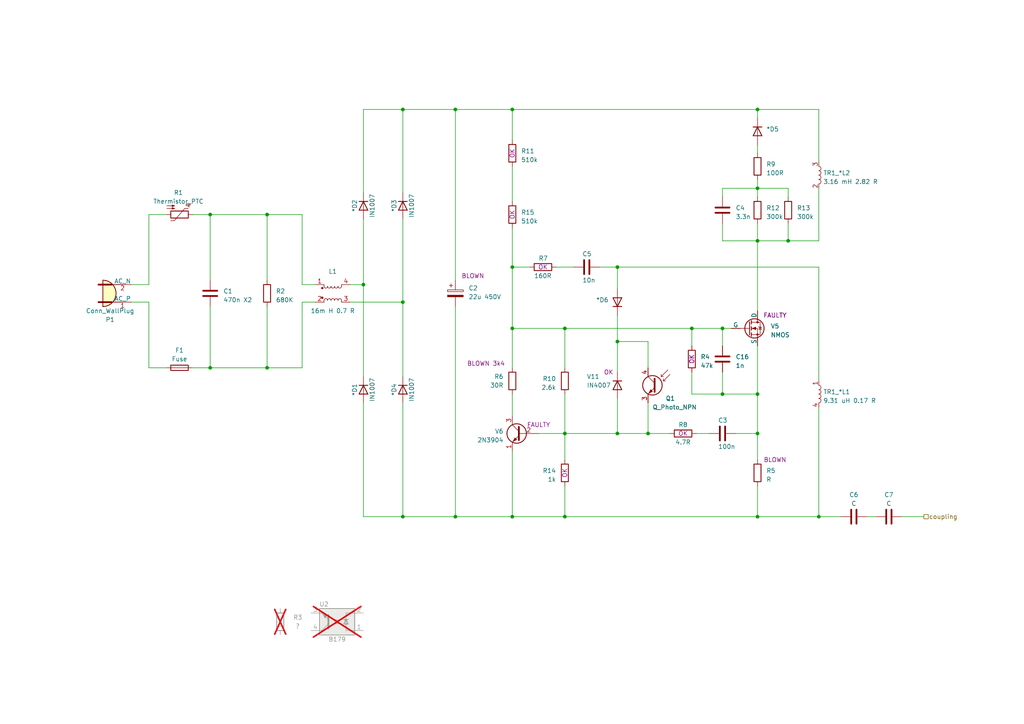
<source format=kicad_sch>
(kicad_sch (version 20230121) (generator eeschema)
  (paper "A4")
  (lib_symbols
    (symbol "Connector:Conn_WallPlug" (pin_names (offset 0))
      (property "Reference" "P" (at -1.27 4.445 0))
      (property "Value" "Conn_WallPlug" (at -5.715 0 90))
      (symbol "Conn_WallPlug_0_1"
        (arc (start -3.175 -3.81) (mid 0.6184 0) (end -3.175 3.81) (stroke (width 0.254)) (fill (type background)))
        (polyline (pts (xy -4.445 -2.54) (xy -0.635 -2.54)) (stroke (width 0.508)))
        (polyline (pts (xy -4.445 2.54) (xy -0.635 2.54)) (stroke (width 0.508)))
        (polyline (pts (xy -3.175 -3.81) (xy -3.175 3.81)) (stroke (width 0.254)))
        (polyline (pts (xy -0.635 -2.54) (xy 2.54 -2.54)))
        (polyline (pts (xy -0.635 2.54) (xy 2.54 2.54)))
      )
      (symbol "Conn_WallPlug_1_1"
        (pin power_out line (at 5.08 2.54 180) (length 5.08) (name "AC_P") (number "1"))
        (pin power_out line (at 5.08 -2.54 180) (length 5.08) (name "AC_N") (number "2"))
      )
    )
    (symbol "Device:C" (pin_numbers hide) (pin_names (offset 0.254))
      (property "Reference" "C" (at 0.635 2.54 0))
      (property "Value" "C" (at 0.635 -2.54 0))
      (symbol "C_0_1"
        (polyline (pts (xy -2.032 -0.762) (xy 2.032 -0.762)) (stroke (width 0.508)))
        (polyline (pts (xy -2.032 0.762) (xy 2.032 0.762)) (stroke (width 0.508)))
      )
      (symbol "C_1_1"
        (pin passive line (at 0 3.81 270) (length 2.794) (name "~") (number "1"))
        (pin passive line (at 0 -3.81 90) (length 2.794) (name "~") (number "2"))
      )
    )
    (symbol "Device:C_Polarized" (pin_numbers hide) (pin_names (offset 0.254))
      (property "Reference" "C" (at 0.635 2.54 0))
      (property "Value" "C_Polarized" (at 0.635 -2.54 0))
      (symbol "C_Polarized_0_1"
        (rectangle (start -2.286 0.508) (end 2.286 1.016))
        (polyline (pts (xy -1.778 2.286) (xy -0.762 2.286)))
        (polyline (pts (xy -1.27 2.794) (xy -1.27 1.778)))
        (rectangle (start 2.286 -0.508) (end -2.286 -1.016) (fill (type outline)))
      )
      (symbol "C_Polarized_1_1"
        (pin passive line (at 0 3.81 270) (length 2.794) (name "~") (number "1"))
        (pin passive line (at 0 -3.81 90) (length 2.794) (name "~") (number "2"))
      )
    )
    (symbol "Device:D" (pin_numbers hide) (pin_names (offset 1.016) hide)
      (property "Reference" "D" (at 0 2.54 0))
      (property "Value" "D" (at 0 -2.54 0))
      (symbol "D_0_1"
        (polyline (pts (xy -1.27 1.27) (xy -1.27 -1.27)) (stroke (width 0.254)))
        (polyline (pts (xy 1.27 0) (xy -1.27 0)))
        (polyline (pts (xy 1.27 1.27) (xy 1.27 -1.27) (xy -1.27 0) (xy 1.27 1.27)) (stroke (width 0.254)))
      )
      (symbol "D_1_1"
        (pin passive line (at -3.81 0 0) (length 2.54) (name "K") (number "1"))
        (pin passive line (at 3.81 0 180) (length 2.54) (name "A") (number "2"))
      )
    )
    (symbol "Device:Fuse" (pin_numbers hide) (pin_names (offset 0))
      (property "Reference" "F" (at 2.032 0 90))
      (property "Value" "Fuse" (at -1.905 0 90))
      (symbol "Fuse_0_1"
        (rectangle (start -0.762 -2.54) (end 0.762 2.54) (stroke (width 0.254)))
        (polyline (pts (xy 0 2.54) (xy 0 -2.54)))
      )
      (symbol "Fuse_1_1"
        (pin passive line (at 0 3.81 270) (length 1.27) (name "~") (number "1"))
        (pin passive line (at 0 -3.81 90) (length 1.27) (name "~") (number "2"))
      )
    )
    (symbol "Device:L_Coupled_1423" (pin_names (offset 0.254) hide)
      (property "Reference" "L" (at 0 4.445 0))
      (property "Value" "L_Coupled_1423" (at 0 -4.445 0))
      (symbol "L_Coupled_1423_0_1"
        (circle (center -3.048 -1.27) (radius 0.254) (fill (type outline)))
        (circle (center -3.048 1.524) (radius 0.254) (fill (type outline)))
        (arc (start -2.54 2.032) (mid -2.032 1.5262) (end -1.524 2.032))
        (arc (start -1.524 -2.032) (mid -2.032 -1.5262) (end -2.54 -2.032))
        (arc (start -1.524 2.032) (mid -1.016 1.5262) (end -0.508 2.032))
        (arc (start -0.508 -2.032) (mid -1.016 -1.5262) (end -1.524 -2.032))
        (arc (start -0.508 2.032) (mid 0 1.5262) (end 0.508 2.032))
        (polyline (pts (xy -2.54 -2.032) (xy -2.54 -2.54)))
        (polyline (pts (xy -2.54 2.032) (xy -2.54 2.54)))
        (polyline (pts (xy 2.54 -2.032) (xy 2.54 -2.54)))
        (polyline (pts (xy 2.54 2.54) (xy 2.54 2.032)))
        (arc (start 0.508 -2.032) (mid 0 -1.5262) (end -0.508 -2.032))
        (arc (start 0.508 2.032) (mid 1.016 1.5262) (end 1.524 2.032))
        (arc (start 1.524 -2.032) (mid 1.016 -1.5262) (end 0.508 -2.032))
        (arc (start 1.524 2.032) (mid 2.032 1.5262) (end 2.54 2.032))
        (arc (start 2.54 -2.032) (mid 2.032 -1.5262) (end 1.524 -2.032))
      )
      (symbol "L_Coupled_1423_1_1"
        (pin passive line (at -5.08 2.54 0) (length 2.54) (name "1") (number "1"))
        (pin passive line (at -5.08 -2.54 0) (length 2.54) (name "2") (number "2"))
        (pin passive line (at 5.08 -2.54 180) (length 2.54) (name "3") (number "3"))
        (pin passive line (at 5.08 2.54 180) (length 2.54) (name "4") (number "4"))
      )
    )
    (symbol "Device:Q_Photo_NPN" (pin_names (offset 0) hide)
      (property "Reference" "Q1" (at 5.08 1.3843 0))
      (property "Value" "Q_Photo_NPN" (at 5.08 -1.1557 0))
      (symbol "Q_Photo_NPN_0_1"
        (polyline (pts (xy -1.905 1.27) (xy -2.54 1.27)))
        (polyline (pts (xy -1.27 2.54) (xy -1.905 2.54)))
        (polyline (pts (xy 0.635 0.635) (xy 2.54 2.54)))
        (polyline (pts (xy -3.81 3.175) (xy -1.905 1.27) (xy -1.905 1.905)))
        (polyline (pts (xy -3.175 4.445) (xy -1.27 2.54) (xy -1.27 3.175)))
        (polyline (pts (xy 0.635 -0.635) (xy 2.54 -2.54) (xy 2.54 -2.54)))
        (polyline (pts (xy 0.635 1.905) (xy 0.635 -1.905) (xy 0.635 -1.905)) (stroke (width 0.508)))
        (polyline (pts (xy 1.27 -1.778) (xy 1.778 -1.27) (xy 2.286 -2.286) (xy 1.27 -1.778) (xy 1.27 -1.778)) (fill (type outline)))
        (circle (center 1.27 0) (radius 2.8194) (stroke (width 0.254)))
      )
      (symbol "Q_Photo_NPN_1_1"
        (pin passive line (at 2.54 -5.08 90) (length 2.54) (name "E") (number "3"))
        (pin passive line (at 2.54 5.08 270) (length 2.54) (name "C") (number "4"))
      )
    )
    (symbol "Device:R" (pin_numbers hide) (pin_names (offset 0))
      (property "Reference" "R" (at 2.032 0 90))
      (property "Value" "R" (at 0 0 90))
      (symbol "R_0_1"
        (rectangle (start -1.016 -2.54) (end 1.016 2.54) (stroke (width 0.254)))
      )
      (symbol "R_1_1"
        (pin passive line (at 0 3.81 270) (length 1.27) (name "~") (number "1"))
        (pin passive line (at 0 -3.81 90) (length 1.27) (name "~") (number "2"))
      )
    )
    (symbol "Device:Thermistor_PTC" (pin_numbers hide) (pin_names (offset 0))
      (property "Reference" "TH" (at -4.064 0 90))
      (property "Value" "Thermistor_PTC" (at 3.048 0 90))
      (symbol "Thermistor_PTC_0_1"
        (arc (start -3.048 2.159) (mid -3.0495 2.3143) (end -3.175 2.413))
        (arc (start -3.048 2.159) (mid -2.9736 1.9794) (end -2.794 1.905))
        (arc (start -3.048 2.794) (mid -2.9736 2.6144) (end -2.794 2.54))
        (arc (start -2.794 1.905) (mid -2.6144 1.9794) (end -2.54 2.159))
        (arc (start -2.794 2.54) (mid -2.4393 2.5587) (end -2.159 2.794))
        (arc (start -2.794 3.048) (mid -2.9736 2.9736) (end -3.048 2.794))
        (arc (start -2.54 2.794) (mid -2.6144 2.9736) (end -2.794 3.048))
        (rectangle (start -1.016 2.54) (end 1.016 -2.54) (stroke (width 0.254)))
        (polyline (pts (xy -2.54 2.159) (xy -2.54 2.794)))
        (polyline (pts (xy -1.778 2.54) (xy -1.778 1.524) (xy 1.778 -1.524) (xy 1.778 -2.54)))
        (polyline (pts (xy -2.54 -3.683) (xy -2.54 -1.397) (xy -2.794 -2.159) (xy -2.286 -2.159) (xy -2.54 -1.397) (xy -2.54 -1.651)) (fill (type outline)))
        (polyline (pts (xy -1.778 -3.683) (xy -1.778 -1.397) (xy -2.032 -2.159) (xy -1.524 -2.159) (xy -1.778 -1.397) (xy -1.778 -1.651)) (fill (type outline)))
      )
      (symbol "Thermistor_PTC_1_1"
        (pin passive line (at 0 3.81 270) (length 1.27) (name "~") (number "1"))
        (pin passive line (at 0 -3.81 90) (length 1.27) (name "~") (number "2"))
      )
    )
    (symbol "Isolator:EL817" (pin_names (offset 1.016))
      (property "Reference" "U" (at -5.08 5.08 0))
      (property "Value" "EL817" (at 0 5.08 0))
      (symbol "EL817_0_1"
        (rectangle (start -5.08 3.81) (end 5.08 -3.81) (stroke (width 0.254)) (fill (type background)))
        (polyline (pts (xy -3.175 -0.635) (xy -1.905 -0.635)) (stroke (width 0.254)))
        (polyline (pts (xy 2.54 0.635) (xy 4.445 2.54)))
        (polyline (pts (xy 4.445 -2.54) (xy 2.54 -0.635)) (fill (type outline)))
        (polyline (pts (xy 4.445 -2.54) (xy 5.08 -2.54)))
        (polyline (pts (xy 4.445 2.54) (xy 5.08 2.54)))
        (polyline (pts (xy -5.08 2.54) (xy -2.54 2.54) (xy -2.54 -0.635)))
        (polyline (pts (xy -2.54 -0.635) (xy -2.54 -2.54) (xy -5.08 -2.54)))
        (polyline (pts (xy 2.54 1.905) (xy 2.54 -1.905) (xy 2.54 -1.905)) (stroke (width 0.508)))
        (polyline (pts (xy -2.54 -0.635) (xy -3.175 0.635) (xy -1.905 0.635) (xy -2.54 -0.635)) (stroke (width 0.254)))
        (polyline (pts (xy -0.508 -0.508) (xy 0.762 -0.508) (xy 0.381 -0.635) (xy 0.381 -0.381) (xy 0.762 -0.508)))
        (polyline (pts (xy -0.508 0.508) (xy 0.762 0.508) (xy 0.381 0.381) (xy 0.381 0.635) (xy 0.762 0.508)))
        (polyline (pts (xy 3.048 -1.651) (xy 3.556 -1.143) (xy 4.064 -2.159) (xy 3.048 -1.651) (xy 3.048 -1.651)) (fill (type outline)))
      )
      (symbol "EL817_1_1"
        (pin passive line (at -7.62 2.54 0) (length 2.54) (name "~") (number "1"))
        (pin passive line (at -7.62 -2.54 0) (length 2.54) (name "~") (number "2"))
        (pin passive line (at 7.62 -2.54 180) (length 2.54) (name "~") (number "3"))
        (pin passive line (at 7.62 2.54 180) (length 2.54) (name "~") (number "4"))
      )
    )
    (symbol "L_1" (pin_names (offset 1.016) hide)
      (property "Reference" "TR1_*L2" (at 1.27 0.635 0))
      (property "Value" "3.16 mH 2.82 R" (at 1.27 -1.905 0))
      (symbol "L_1_0_1"
        (arc (start 0 -2.54) (mid 0.6323 -1.905) (end 0 -1.27))
        (arc (start 0 -1.27) (mid 0.6323 -0.635) (end 0 0))
        (arc (start 0 0) (mid 0.6323 0.635) (end 0 1.27))
        (arc (start 0 1.27) (mid 0.6323 1.905) (end 0 2.54))
      )
      (symbol "L_1_1_1"
        (pin passive line (at 0 -3.81 90) (length 1.27) (name "2") (number "2"))
        (pin passive line (at 0 3.81 270) (length 1.27) (name "3") (number "3"))
      )
    )
    (symbol "L_2" (pin_names (offset 1.016) hide)
      (property "Reference" "TR1_*L1" (at 1.27 0.635 0))
      (property "Value" "9.31 uH 0.17 R" (at 1.27 -1.905 0))
      (symbol "L_2_0_1"
        (arc (start 0 -2.54) (mid 0.6323 -1.905) (end 0 -1.27))
        (arc (start 0 -1.27) (mid 0.6323 -0.635) (end 0 0))
        (arc (start 0 0) (mid 0.6323 0.635) (end 0 1.27))
        (arc (start 0 1.27) (mid 0.6323 1.905) (end 0 2.54))
      )
      (symbol "L_2_1_1"
        (pin passive line (at 0 3.81 270) (length 1.27) (name "1") (number "1"))
        (pin passive line (at 0 -3.81 90) (length 1.27) (name "4") (number "4"))
      )
    )
    (symbol "Simulation_SPICE:NMOS" (pin_numbers hide) (pin_names (offset 0))
      (property "Reference" "Q" (at 5.08 1.27 0))
      (property "Value" "NMOS" (at 5.08 -1.27 0))
      (symbol "NMOS_0_1"
        (polyline (pts (xy 0.254 0) (xy -2.54 0)))
        (polyline (pts (xy 0.254 1.905) (xy 0.254 -1.905)) (stroke (width 0.254)))
        (polyline (pts (xy 0.762 -1.27) (xy 0.762 -2.286)) (stroke (width 0.254)))
        (polyline (pts (xy 0.762 0.508) (xy 0.762 -0.508)) (stroke (width 0.254)))
        (polyline (pts (xy 0.762 2.286) (xy 0.762 1.27)) (stroke (width 0.254)))
        (polyline (pts (xy 2.54 2.54) (xy 2.54 1.778)))
        (polyline (pts (xy 2.54 -2.54) (xy 2.54 0) (xy 0.762 0)))
        (polyline (pts (xy 0.762 -1.778) (xy 3.302 -1.778) (xy 3.302 1.778) (xy 0.762 1.778)))
        (polyline (pts (xy 1.016 0) (xy 2.032 0.381) (xy 2.032 -0.381) (xy 1.016 0)) (fill (type outline)))
        (polyline (pts (xy 2.794 0.508) (xy 2.921 0.381) (xy 3.683 0.381) (xy 3.81 0.254)))
        (polyline (pts (xy 3.302 0.381) (xy 2.921 -0.254) (xy 3.683 -0.254) (xy 3.302 0.381)))
        (circle (center 1.651 0) (radius 2.794) (stroke (width 0.254)))
        (circle (center 2.54 -1.778) (radius 0.254) (fill (type outline)))
        (circle (center 2.54 1.778) (radius 0.254) (fill (type outline)))
      )
      (symbol "NMOS_1_1"
        (pin passive line (at 2.54 5.08 270) (length 2.54) (name "D") (number "1"))
        (pin input line (at -5.08 0 0) (length 2.54) (name "G") (number "2"))
        (pin passive line (at 2.54 -5.08 90) (length 2.54) (name "S") (number "3"))
      )
    )
    (symbol "Transistor_BJT:2N3904" (pin_names (offset 0) hide)
      (property "Reference" "Q" (at 5.08 1.905 0))
      (property "Value" "2N3904" (at 5.08 0 0))
      (symbol "2N3904_0_1"
        (polyline (pts (xy 0.635 0.635) (xy 2.54 2.54)))
        (polyline (pts (xy 0.635 -0.635) (xy 2.54 -2.54) (xy 2.54 -2.54)))
        (polyline (pts (xy 0.635 1.905) (xy 0.635 -1.905) (xy 0.635 -1.905)) (stroke (width 0.508)))
        (polyline (pts (xy 1.27 -1.778) (xy 1.778 -1.27) (xy 2.286 -2.286) (xy 1.27 -1.778) (xy 1.27 -1.778)) (fill (type outline)))
        (circle (center 1.27 0) (radius 2.8194) (stroke (width 0.254)))
      )
      (symbol "2N3904_1_1"
        (pin passive line (at 2.54 -5.08 90) (length 2.54) (name "E") (number "1"))
        (pin passive line (at -5.08 0 0) (length 5.715) (name "B") (number "2"))
        (pin passive line (at 2.54 5.08 270) (length 2.54) (name "C") (number "3"))
      )
    )
  )
  (junction (at 148.59 77.47))
  (junction (at 148.59 95.25))
  (junction (at 163.83 95.25))
  (junction (at 163.83 149.86))
  (junction (at 148.59 149.86))
  (junction (at 209.55 95.25))
  (junction (at 132.08 31.75))
  (junction (at 219.71 31.75))
  (junction (at 209.55 114.3))
  (junction (at 148.59 31.75))
  (junction (at 116.84 87.63))
  (junction (at 132.08 149.86))
  (junction (at 163.83 125.73))
  (junction (at 219.71 149.86))
  (junction (at 105.41 82.55))
  (junction (at 219.71 125.73))
  (junction (at 116.84 31.75))
  (junction (at 187.96 125.73))
  (junction (at 179.07 99.06))
  (junction (at 77.47 62.23))
  (junction (at 179.07 77.47))
  (junction (at 179.07 125.73))
  (junction (at 228.6 69.85))
  (junction (at 60.96 62.23))
  (junction (at 219.71 54.61))
  (junction (at 219.71 69.85))
  (junction (at 219.71 114.3))
  (junction (at 77.47 106.68))
  (junction (at 237.49 149.86))
  (junction (at 200.66 95.25))
  (junction (at 60.96 106.68))
  (junction (at 116.84 149.86))
  (wire (pts (xy 219.71 41.91) (xy 219.71 44.45)))
  (wire (pts (xy 163.83 125.73) (xy 163.83 133.35)))
  (wire (pts (xy 237.49 31.75) (xy 237.49 46.99)))
  (wire (pts (xy 105.41 82.55) (xy 105.41 109.22)))
  (wire (pts (xy 209.55 64.77) (xy 209.55 69.85)))
  (wire (pts (xy 200.66 114.3) (xy 209.55 114.3)))
  (wire (pts (xy 219.71 114.3) (xy 219.71 125.73)))
  (wire (pts (xy 209.55 95.25) (xy 212.09 95.25)))
  (wire (pts (xy 148.59 31.75) (xy 219.71 31.75)))
  (wire (pts (xy 132.08 88.9) (xy 132.08 149.86)))
  (wire (pts (xy 116.84 149.86) (xy 132.08 149.86)))
  (wire (pts (xy 87.63 87.63) (xy 87.63 106.68)))
  (wire (pts (xy 132.08 31.75) (xy 148.59 31.75)))
  (wire (pts (xy 179.07 77.47) (xy 237.49 77.47)))
  (wire (pts (xy 163.83 95.25) (xy 163.83 106.68)))
  (wire (pts (xy 209.55 69.85) (xy 219.71 69.85)))
  (wire (pts (xy 209.55 114.3) (xy 219.71 114.3)))
  (wire (pts (xy 116.84 31.75) (xy 116.84 55.88)))
  (wire (pts (xy 101.6 82.55) (xy 105.41 82.55)))
  (wire (pts (xy 179.07 99.06) (xy 179.07 107.95)))
  (wire (pts (xy 219.71 31.75) (xy 219.71 34.29)))
  (wire (pts (xy 148.59 77.47) (xy 148.59 95.25)))
  (wire (pts (xy 219.71 100.33) (xy 219.71 114.3)))
  (wire (pts (xy 55.88 62.23) (xy 60.96 62.23)))
  (wire (pts (xy 201.93 125.73) (xy 205.74 125.73)))
  (wire (pts (xy 116.84 31.75) (xy 132.08 31.75)))
  (wire (pts (xy 261.62 149.86) (xy 267.97 149.86)))
  (wire (pts (xy 237.49 77.47) (xy 237.49 110.49)))
  (wire (pts (xy 43.18 106.68) (xy 48.26 106.68)))
  (wire (pts (xy 219.71 140.97) (xy 219.71 149.86)))
  (wire (pts (xy 161.29 77.47) (xy 166.37 77.47)))
  (wire (pts (xy 156.21 125.73) (xy 163.83 125.73)))
  (wire (pts (xy 219.71 149.86) (xy 237.49 149.86)))
  (wire (pts (xy 219.71 69.85) (xy 219.71 90.17)))
  (wire (pts (xy 173.99 77.47) (xy 179.07 77.47)))
  (wire (pts (xy 105.41 55.88) (xy 105.41 31.75)))
  (wire (pts (xy 148.59 66.04) (xy 148.59 77.47)))
  (wire (pts (xy 91.44 87.63) (xy 87.63 87.63)))
  (wire (pts (xy 219.71 52.07) (xy 219.71 54.61)))
  (wire (pts (xy 179.07 77.47) (xy 179.07 83.82)))
  (wire (pts (xy 213.36 125.73) (xy 219.71 125.73)))
  (wire (pts (xy 179.07 125.73) (xy 187.96 125.73)))
  (wire (pts (xy 200.66 95.25) (xy 209.55 95.25)))
  (wire (pts (xy 116.84 116.84) (xy 116.84 149.86)))
  (wire (pts (xy 148.59 130.81) (xy 148.59 149.86)))
  (wire (pts (xy 187.96 125.73) (xy 187.96 116.84)))
  (wire (pts (xy 148.59 149.86) (xy 163.83 149.86)))
  (wire (pts (xy 60.96 62.23) (xy 77.47 62.23)))
  (wire (pts (xy 87.63 62.23) (xy 87.63 82.55)))
  (wire (pts (xy 209.55 57.15) (xy 209.55 54.61)))
  (wire (pts (xy 148.59 114.3) (xy 148.59 120.65)))
  (wire (pts (xy 132.08 149.86) (xy 148.59 149.86)))
  (wire (pts (xy 179.07 91.44) (xy 179.07 99.06)))
  (wire (pts (xy 237.49 69.85) (xy 237.49 54.61)))
  (wire (pts (xy 200.66 114.3) (xy 200.66 107.95)))
  (wire (pts (xy 163.83 149.86) (xy 219.71 149.86)))
  (wire (pts (xy 77.47 62.23) (xy 87.63 62.23)))
  (wire (pts (xy 209.55 114.3) (xy 209.55 107.95)))
  (wire (pts (xy 219.71 69.85) (xy 228.6 69.85)))
  (wire (pts (xy 228.6 69.85) (xy 237.49 69.85)))
  (wire (pts (xy 243.84 149.86) (xy 237.49 149.86)))
  (wire (pts (xy 38.1 82.55) (xy 43.18 82.55)))
  (wire (pts (xy 163.83 114.3) (xy 163.83 125.73)))
  (wire (pts (xy 38.1 87.63) (xy 43.18 87.63)))
  (wire (pts (xy 219.71 54.61) (xy 228.6 54.61)))
  (wire (pts (xy 60.96 88.9) (xy 60.96 106.68)))
  (wire (pts (xy 116.84 87.63) (xy 116.84 109.22)))
  (wire (pts (xy 77.47 62.23) (xy 77.47 81.28)))
  (wire (pts (xy 237.49 149.86) (xy 237.49 118.11)))
  (wire (pts (xy 43.18 62.23) (xy 48.26 62.23)))
  (wire (pts (xy 105.41 116.84) (xy 105.41 149.86)))
  (wire (pts (xy 43.18 87.63) (xy 43.18 106.68)))
  (wire (pts (xy 163.83 125.73) (xy 179.07 125.73)))
  (wire (pts (xy 219.71 64.77) (xy 219.71 69.85)))
  (wire (pts (xy 179.07 115.57) (xy 179.07 125.73)))
  (wire (pts (xy 116.84 63.5) (xy 116.84 87.63)))
  (wire (pts (xy 60.96 106.68) (xy 77.47 106.68)))
  (wire (pts (xy 148.59 95.25) (xy 163.83 95.25)))
  (wire (pts (xy 105.41 149.86) (xy 116.84 149.86)))
  (wire (pts (xy 209.55 54.61) (xy 219.71 54.61)))
  (wire (pts (xy 187.96 106.68) (xy 187.96 99.06)))
  (wire (pts (xy 219.71 125.73) (xy 219.71 133.35)))
  (wire (pts (xy 228.6 57.15) (xy 228.6 54.61)))
  (wire (pts (xy 148.59 95.25) (xy 148.59 106.68)))
  (wire (pts (xy 148.59 77.47) (xy 153.67 77.47)))
  (wire (pts (xy 43.18 82.55) (xy 43.18 62.23)))
  (wire (pts (xy 219.71 54.61) (xy 219.71 57.15)))
  (wire (pts (xy 209.55 95.25) (xy 209.55 100.33)))
  (wire (pts (xy 163.83 140.97) (xy 163.83 149.86)))
  (wire (pts (xy 200.66 95.25) (xy 200.66 100.33)))
  (wire (pts (xy 77.47 106.68) (xy 77.47 88.9)))
  (wire (pts (xy 187.96 99.06) (xy 179.07 99.06)))
  (wire (pts (xy 148.59 48.26) (xy 148.59 58.42)))
  (wire (pts (xy 219.71 31.75) (xy 237.49 31.75)))
  (wire (pts (xy 87.63 106.68) (xy 77.47 106.68)))
  (wire (pts (xy 105.41 31.75) (xy 116.84 31.75)))
  (wire (pts (xy 251.46 149.86) (xy 254 149.86)))
  (wire (pts (xy 101.6 87.63) (xy 116.84 87.63)))
  (wire (pts (xy 228.6 64.77) (xy 228.6 69.85)))
  (wire (pts (xy 55.88 106.68) (xy 60.96 106.68)))
  (wire (pts (xy 60.96 62.23) (xy 60.96 81.28)))
  (wire (pts (xy 194.31 125.73) (xy 187.96 125.73)))
  (wire (pts (xy 163.83 95.25) (xy 200.66 95.25)))
  (wire (pts (xy 132.08 81.28) (xy 132.08 31.75)))
  (wire (pts (xy 148.59 40.64) (xy 148.59 31.75)))
  (wire (pts (xy 105.41 82.55) (xy 105.41 63.5)))
  (wire (pts (xy 87.63 82.55) (xy 91.44 82.55)))
  (hierarchical_label "coupling" (shape passive) (at 267.97 149.86 0))
  (symbol (lib_id "Device:R") (at 163.83 137.16 0) (mirror x) (unit 1)
    (property "Reference" "R14" (at 161.29 136.525 0) (effects (justify right)))
    (property "Value" "1k" (at 161.29 139.065 0) (effects (justify right)))
    (property "Tested" "OK" (at 163.83 137.16 90))
    (instances (project "Dremel_PCB1857_V1" (path "" (reference "R14") (unit 1)) (path "" (reference "R9") (unit 1))))
  )
  (symbol (lib_id "Device:R") (at 228.6 60.96 0) (unit 1)
    (property "Reference" "R13" (at 231.14 60.325 0) (effects (justify left)))
    (property "Value" "300k" (at 231.14 62.865 0) (effects (justify left)))
    (instances (project "Dremel_PCB1857_V1" (path "" (reference "R13") (unit 1)) (path "" (reference "R19") (unit 1))))
  )
  (symbol (lib_id "Connector:Conn_WallPlug") (at 33.02 85.09 0) (mirror x) (unit 1)
    (property "Reference" "P1" (at 31.9405 92.71 0))
    (property "Value" "Conn_WallPlug" (at 31.9405 90.17 0))
  )
  (symbol (lib_id "Isolator:EL817") (at 97.79 180.34 180) (unit 1) (dnp yes)
    (property "Reference" "U2" (at 93.98 175.26 0))
    (property "Value" "B179" (at 97.79 185.42 0))
    (property "Footprint" "Package_DIP:DIP-4_W7.62mm" (effects hide))
    (property "Datasheet" "http://www.everlight.com/file/ProductFile/EL817.pdf" (effects hide))
  )
  (symbol (lib_id "Device:R") (at 157.48 77.47 90) (unit 1)
    (property "Reference" "R7" (at 156.21 74.93 90) (effects (justify right)))
    (property "Value" "160R" (at 160.02 80.01 90) (effects (justify left)))
    (property "Tested" "OK" (at 157.48 77.47 90))
  )
  (symbol (lib_name "L_2") (lib_id "Device:L") (at 237.49 114.3 0) (unit 1)
    (property "Reference" "TR1_*L1" (at 238.76 113.665 0) (effects (justify left)))
    (property "Value" "9.31 uH 0.17 R" (at 238.76 116.205 0) (effects (justify left)))
    (instances (project "Dremel_PCB1857_V1" (path "" (reference "TR1_*L1") (unit 1)) (path "" (reference "TR1_*L2") (unit 1))))
  )
  (symbol (lib_id "Device:R") (at 219.71 48.26 0) (unit 1)
    (property "Reference" "R9" (at 222.25 47.625 0) (effects (justify left)))
    (property "Value" "100R" (at 222.25 50.165 0) (effects (justify left)))
    (instances (project "Dremel_PCB1857_V1" (path "" (reference "R9") (unit 1)) (path "" (reference "R13") (unit 1))))
  )
  (symbol (lib_id "Device:C") (at 209.55 104.14 0) (unit 1)
    (property "Reference" "C16" (at 213.36 103.505 0) (effects (justify left)))
    (property "Value" "1n" (at 213.36 106.045 0) (effects (justify left)))
    (instances (project "Dremel_PCB1857_V1" (path "" (reference "C16") (unit 1)) (path "" (reference "C5") (unit 1))))
  )
  (symbol (lib_id "Device:Fuse") (at 52.07 106.68 90) (unit 1)
    (property "Reference" "F1" (at 52.07 101.6 90))
    (property "Value" "Fuse" (at 52.07 104.14 90))
  )
  (symbol (lib_id "Device:D") (at 179.07 111.76 90) (mirror x) (unit 1)
    (property "Reference" "V11" (at 170.18 109.22 90) (effects (justify right)))
    (property "Value" "IN4007" (at 170.18 111.76 90) (effects (justify right)))
    (property "Sim.Device" "D" (effects hide))
    (property "Sim.Pins" "1=K 2=A" (effects hide))
    (property "Tested" "OK" (at 176.53 107.95 90))
    (instances (project "Dremel_PCB1857_V1" (path "" (reference "V11") (unit 1)) (path "" (reference "V2") (unit 1))))
  )
  (symbol (lib_id "Device:R") (at 163.83 110.49 0) (mirror x) (unit 1)
    (property "Reference" "R10" (at 161.29 109.855 0) (effects (justify right)))
    (property "Value" "2.6k" (at 161.29 112.395 0) (effects (justify right)))
    (instances (project "Dremel_PCB1857_V1" (path "" (reference "R10") (unit 1)) (path "" (reference "R8") (unit 1))))
  )
  (symbol (lib_id "Device:R") (at 148.59 110.49 0) (mirror y) (unit 1)
    (property "Reference" "R6" (at 146.05 109.22 0) (effects (justify left)))
    (property "Value" "30R" (at 146.05 111.76 0) (effects (justify left)))
    (property "Tested" "BLOWN 3k4" (at 140.97 105.41 0))
  )
  (symbol (lib_id "Device:R") (at 200.66 104.14 0) (unit 1)
    (property "Reference" "R4" (at 203.2 103.505 0) (effects (justify left)))
    (property "Value" "47k" (at 203.2 106.045 0) (effects (justify left)))
    (property "Tested" "OK" (at 200.66 104.14 90))
    (instances (project "Dremel_PCB1857_V1" (path "" (reference "R4") (unit 1)) (path "" (reference "R11") (unit 1))))
  )
  (symbol (lib_id "Device:Q_Photo_NPN") (at 190.5 111.76 0) (mirror y) (unit 1)
    (property "Reference" "Q1" (at 193.04 115.57 0) (effects (justify right)))
    (property "Value" "Q_Photo_NPN" (at 189.23 118.11 0) (effects (justify right)))
  )
  (symbol (lib_id "Transistor_BJT:2N3904") (at 151.13 125.73 0) (mirror y) (unit 1)
    (property "Reference" "V6" (at 146.05 125.095 0) (effects (justify left)))
    (property "Value" "2N3904" (at 146.05 127.635 0) (effects (justify left)))
    (property "Footprint" "Package_TO_SOT_THT:TO-92_Inline" (effects hide))
    (property "Datasheet" "https://www.onsemi.com/pub/Collateral/2N3903-D.PDF" (effects hide))
    (property "Tested" "FAULTY" (at 156.21 123.19 0))
    (instances (project "Dremel_PCB1857_V1" (path "" (reference "V6") (unit 1)) (path "" (reference "V1") (unit 1))))
  )
  (symbol (lib_id "Device:R") (at 198.12 125.73 90) (unit 1)
    (property "Reference" "R8" (at 198.12 123.19 90))
    (property "Value" "4.7R" (at 198.12 128.27 90))
    (property "Tested" "OK" (at 198.12 125.73 90))
    (instances (project "Dremel_PCB1857_V1" (path "" (reference "R8") (unit 1)) (path "" (reference "R10") (unit 1))))
  )
  (symbol (lib_id "Device:R") (at 81.28 180.34 180) (unit 1) (dnp yes)
    (property "Reference" "R3" (at 86.36 179.07 0))
    (property "Value" "?" (at 86.36 181.61 0))
  )
  (symbol (lib_id "Device:C") (at 209.55 60.96 0) (unit 1)
    (property "Reference" "C4" (at 213.36 60.325 0) (effects (justify left)))
    (property "Value" "3.3n" (at 213.36 62.865 0) (effects (justify left)))
  )
  (symbol (lib_id "Device:C") (at 247.65 149.86 90) (unit 1)
    (property "Reference" "C6" (at 247.65 143.51 90))
    (property "Value" "C" (at 247.65 146.05 90))
    (instances (project "Dremel_PCB1857_V1" (path "" (reference "C6") (unit 1)) (path "" (reference "C7") (unit 1))))
  )
  (symbol (lib_id "Device:R") (at 77.47 85.09 0) (unit 1)
    (property "Reference" "R2" (at 80.01 84.455 0) (effects (justify left)))
    (property "Value" "680K" (at 80.01 86.995 0) (effects (justify left)))
  )
  (symbol (lib_id "Device:D") (at 116.84 113.03 270) (unit 1)
    (property "Reference" "*D4" (at 114.3 113.03 0))
    (property "Value" "IN1007" (at 119.38 113.03 0))
    (property "Sim.Device" "D" (effects hide))
    (property "Sim.Pins" "1=K 2=A" (effects hide))
  )
  (symbol (lib_id "Device:D") (at 179.07 87.63 270) (mirror x) (unit 1)
    (property "Reference" "*D6" (at 176.53 86.995 90) (effects (justify right)))
    (property "Value" "D" (effects hide))
    (property "Sim.Device" "D" (effects hide))
    (property "Sim.Pins" "1=K 2=A" (effects hide))
    (instances (project "Dremel_PCB1857_V1" (path "" (reference "*D6") (unit 1)) (path "" (reference "*D5") (unit 1))))
  )
  (symbol (lib_id "Device:D") (at 105.41 113.03 270) (unit 1)
    (property "Reference" "*D1" (at 102.87 113.03 0))
    (property "Value" "IN1007" (at 107.95 113.03 0))
    (property "Sim.Device" "D" (effects hide))
    (property "Sim.Pins" "1=K 2=A" (effects hide))
    (instances (project "Dremel_PCB1857_V1" (path "" (reference "*D1") (unit 1)) (path "" (reference "*D2") (unit 1))))
  )
  (symbol (lib_id "Device:R") (at 219.71 137.16 0) (unit 1)
    (property "Reference" "R5" (at 222.25 136.525 0) (effects (justify left)))
    (property "Value" "R" (at 222.25 139.065 0) (effects (justify left)))
    (property "Tested" "BLOWN" (at 224.79 133.35 0))
  )
  (symbol (lib_id "Simulation_SPICE:NMOS") (at 217.17 95.25 0) (unit 1)
    (property "Reference" "V5" (at 223.52 94.615 0) (effects (justify left)))
    (property "Value" "NMOS" (at 223.52 97.155 0) (effects (justify left)))
    (property "Datasheet" "https://ngspice.sourceforge.io/docs/ngspice-manual.pdf" (effects hide))
    (property "Sim.Device" "NMOS" (effects hide))
    (property "Sim.Type" "VDMOS" (effects hide))
    (property "Sim.Pins" "1=D 2=G 3=S" (effects hide))
    (property "Tested" "FAULTY" (at 224.79 91.44 0))
    (instances (project "Dremel_PCB1857_V1" (path "" (reference "V5") (unit 1)) (path "" (reference "V3") (unit 1))))
  )
  (symbol (lib_id "Device:C") (at 170.18 77.47 90) (unit 1)
    (property "Reference" "C5" (at 168.91 73.66 90) (effects (justify right)))
    (property "Value" "10n" (at 168.91 81.28 90) (effects (justify right)))
    (instances (project "Dremel_PCB1857_V1" (path "" (reference "C5") (unit 1)) (path "" (reference "C3") (unit 1))))
  )
  (symbol (lib_id "Device:D") (at 116.84 59.69 270) (unit 1)
    (property "Reference" "*D3" (at 114.3 59.69 0))
    (property "Value" "IN1007" (at 119.38 59.69 0))
    (property "Sim.Device" "D" (effects hide))
    (property "Sim.Pins" "1=K 2=A" (effects hide))
  )
  (symbol (lib_id "Device:Thermistor_PTC") (at 52.07 62.23 270) (unit 1)
    (property "Reference" "R1" (at 51.7525 55.88 90))
    (property "Value" "Thermistor_PTC" (at 51.7525 58.42 90))
  )
  (symbol (lib_id "Device:C") (at 60.96 85.09 0) (unit 1)
    (property "Reference" "C1" (at 64.77 84.455 0) (effects (justify left)))
    (property "Value" "470n X2" (at 64.77 86.995 0) (effects (justify left)))
  )
  (symbol (lib_id "Device:C_Polarized") (at 132.08 85.09 0) (unit 1)
    (property "Reference" "C2" (at 135.89 83.566 0) (effects (justify left)))
    (property "Value" "22u 450V" (at 135.89 86.106 0) (effects (justify left)))
    (property "Tested" "BLOWN" (at 137.16 80.01 0))
  )
  (symbol (lib_id "Device:R") (at 219.71 60.96 0) (unit 1)
    (property "Reference" "R12" (at 222.25 60.325 0) (effects (justify left)))
    (property "Value" "300k" (at 222.25 62.865 0) (effects (justify left)))
    (instances (project "Dremel_PCB1857_V1" (path "" (reference "R12") (unit 1)) (path "" (reference "R14") (unit 1))))
  )
  (symbol (lib_name "L_1") (lib_id "Device:L") (at 237.49 50.8 0) (unit 1)
    (property "Reference" "TR1_*L2" (at 238.76 50.165 0) (effects (justify left)))
    (property "Value" "3.16 mH 2.82 R" (at 238.76 52.705 0) (effects (justify left)))
    (instances (project "Dremel_PCB1857_V1" (path "" (reference "TR1_*L2") (unit 1)) (path "" (reference "TR1_*L1") (unit 1))))
  )
  (symbol (lib_id "Device:C") (at 209.55 125.73 270) (unit 1)
    (property "Reference" "C3" (at 208.28 121.92 90) (effects (justify left)))
    (property "Value" "100n" (at 208.28 129.54 90) (effects (justify left)))
    (instances (project "Dremel_PCB1857_V1" (path "" (reference "C3") (unit 1)) (path "" (reference "C6") (unit 1))))
  )
  (symbol (lib_id "Device:L_Coupled_1423") (at 96.52 85.09 0) (unit 1)
    (property "Reference" "L1" (at 96.52 78.74 0))
    (property "Value" "16m H 0.7 R" (at 96.52 90.17 0))
  )
  (symbol (lib_id "Device:C") (at 257.81 149.86 90) (unit 1)
    (property "Reference" "C7" (at 257.81 143.51 90))
    (property "Value" "C" (at 257.81 146.05 90))
    (instances (project "Dremel_PCB1857_V1" (path "" (reference "C7") (unit 1)) (path "" (reference "C10") (unit 1))))
  )
  (symbol (lib_id "Device:D") (at 105.41 59.69 270) (unit 1)
    (property "Reference" "*D2" (at 102.87 59.69 0))
    (property "Value" "IN1007" (at 107.95 59.69 0))
    (property "Sim.Device" "D" (effects hide))
    (property "Sim.Pins" "1=K 2=A" (effects hide))
    (instances (project "Dremel_PCB1857_V1" (path "" (reference "*D2") (unit 1)) (path "" (reference "*D1") (unit 1))))
  )
  (symbol (lib_id "Device:R") (at 148.59 62.23 0) (unit 1)
    (property "Reference" "R15" (at 151.13 61.595 0) (effects (justify left)))
    (property "Value" "510k" (at 151.13 64.135 0) (effects (justify left)))
    (property "Tested" "OK" (at 148.59 62.23 90))
    (instances (project "Dremel_PCB1857_V1" (path "" (reference "R15") (unit 1)) (path "" (reference "R5") (unit 1))))
  )
  (symbol (lib_id "Device:R") (at 148.59 44.45 0) (unit 1)
    (property "Reference" "R11" (at 151.13 43.815 0) (effects (justify left)))
    (property "Value" "510k" (at 151.13 46.355 0) (effects (justify left)))
    (property "Tested" "OK" (at 148.59 44.45 90))
    (instances (project "Dremel_PCB1857_V1" (path "" (reference "R11") (unit 1)) (path "" (reference "R4") (unit 1))))
  )
  (symbol (lib_id "Device:D") (at 219.71 38.1 270) (unit 1)
    (property "Reference" "*D5" (at 222.25 37.465 90) (effects (justify left)))
    (property "Value" "D" (effects hide))
    (property "Sim.Device" "D" (effects hide))
    (property "Sim.Pins" "1=K 2=A" (effects hide))
    (instances (project "Dremel_PCB1857_V1" (path "" (reference "*D5") (unit 1)) (path "" (reference "*D6") (unit 1))))
  )
)
</source>
